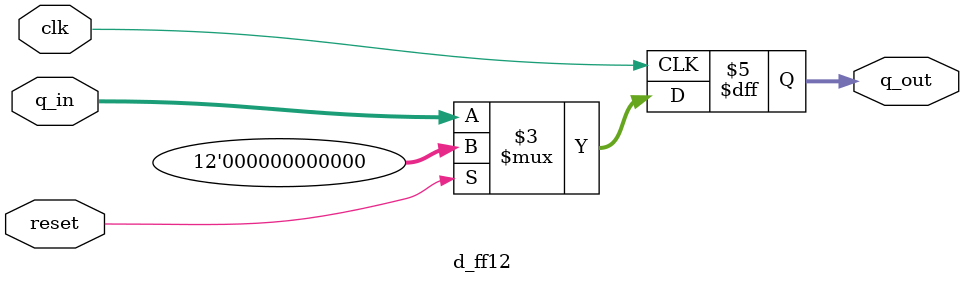
<source format=sv>
module d_ff12(
    input logic clk,reset,
    input logic [11:0] q_in,
    output logic [11:0] q_out
);

always_ff @(posedge clk) begin
    if(reset)
        q_out <= 12'b0;
    else 
        q_out <= q_in;
end


endmodule
</source>
